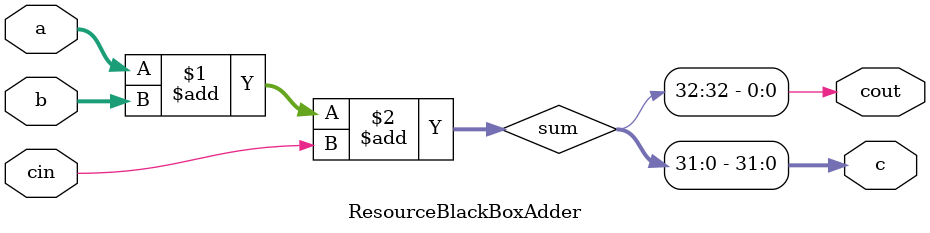
<source format=v>
module ResourceBlackBoxAdder(a, b, cin, c, cout);
input  [31:0] a, b;
input  cin;
output [31:0] c;
output cout;
wire   [32:0] sum;

assign sum  = a + b + cin;
assign c    = sum[31:0];
assign cout = sum[32];

endmodule

</source>
